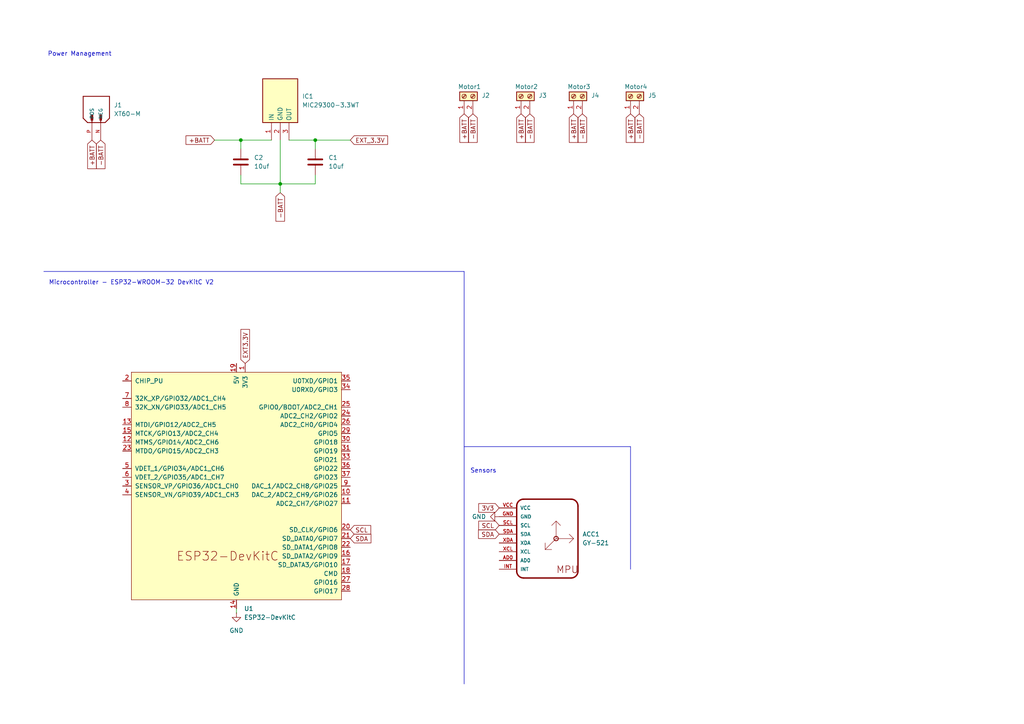
<source format=kicad_sch>
(kicad_sch (version 20231120) (generator "eeschema") (generator_version "8.0")
  (paper "A4")
  (lib_symbols
    (symbol "Connector:Screw_Terminal_01x02" (pin_names (offset 1.016) hide)
      (property "Reference" "J" (at 0 2.54 0))
      (property "Value" "Screw_Terminal_01x02" (at 0 -5.08 0))
      (symbol "Screw_Terminal_01x02_1_1"
        (rectangle (start -1.27 1.27) (end 1.27 -3.81) (stroke (width 0.254)) (fill (type background)))
        (circle (center 0 -2.54) (radius 0.635) (stroke (width 0.1524)))
        (polyline (pts (xy -0.5334 -2.2098) (xy 0.3302 -3.048)) (stroke (width 0.1524)))
        (polyline (pts (xy -0.5334 0.3302) (xy 0.3302 -0.508)) (stroke (width 0.1524)))
        (polyline (pts (xy -0.3556 -2.032) (xy 0.508 -2.8702)) (stroke (width 0.1524)))
        (polyline (pts (xy -0.3556 0.508) (xy 0.508 -0.3302)) (stroke (width 0.1524)))
        (circle (center 0 0) (radius 0.635) (stroke (width 0.1524)))
        (pin passive line (at -5.08 0 0) (length 3.81) (name "Pin_1") (number "1"))
        (pin passive line (at -5.08 -2.54 0) (length 3.81) (name "Pin_2") (number "2"))
      )
    )
    (symbol "Device:C" (pin_numbers hide) (pin_names (offset 0.254))
      (property "Reference" "C" (at 0.635 2.54 0))
      (property "Value" "C" (at 0.635 -2.54 0))
      (symbol "C_0_1"
        (polyline (pts (xy -2.032 -0.762) (xy 2.032 -0.762)) (stroke (width 0.508)))
        (polyline (pts (xy -2.032 0.762) (xy 2.032 0.762)) (stroke (width 0.508)))
      )
      (symbol "C_1_1"
        (pin passive line (at 0 3.81 270) (length 2.794) (name "~") (number "1"))
        (pin passive line (at 0 -3.81 90) (length 2.794) (name "~") (number "2"))
      )
    )
    (symbol "GY-521:GY-521" (pin_names (offset 1.016))
      (property "Reference" "ACC" (at -9.652 11.938 0))
      (property "Value" "GY-521" (at 4.572 -11.938 0))
      (symbol "GY-521_0_0"
        (arc (start -11.43 -9.43) (mid -10.8442 -10.8442) (end -9.43 -11.43) (stroke (width 0.4064)))
        (arc (start -9.43 11.43) (mid -10.8442 10.8442) (end -11.43 9.43) (stroke (width 0.4064)))
        (polyline (pts (xy -11.43 -9.43) (xy -11.43 9.43)) (stroke (width 0.4064)))
        (polyline (pts (xy -9.43 11.43) (xy 4.35 11.43)) (stroke (width 0.4064)))
        (polyline (pts (xy -3.175 -3.175) (xy -3.175 -1.27)) (stroke (width 0.127)))
        (polyline (pts (xy -3.175 -3.175) (xy -1.27 -3.175)) (stroke (width 0.127)))
        (polyline (pts (xy 0 0) (xy -3.175 -3.175)) (stroke (width 0.127)))
        (polyline (pts (xy 0 0) (xy 0 5.08)) (stroke (width 0.127)))
        (polyline (pts (xy 0 0) (xy 5.08 0)) (stroke (width 0.127)))
        (polyline (pts (xy 0 5.08) (xy -1.27 3.81)) (stroke (width 0.127)))
        (polyline (pts (xy 1.27 3.81) (xy 0 5.08)) (stroke (width 0.127)))
        (polyline (pts (xy 3.81 1.27) (xy 5.08 0)) (stroke (width 0.127)))
        (polyline (pts (xy 4.35 -11.43) (xy -9.43 -11.43)) (stroke (width 0.4064)))
        (polyline (pts (xy 5.08 0) (xy 3.81 -1.27)) (stroke (width 0.127)))
        (polyline (pts (xy 6.35 9.43) (xy 6.35 -9.43)) (stroke (width 0.4064)))
        (circle (center 0 0) (radius 0.635) (stroke (width 0.254)))
        (arc (start 4.35 -11.43) (mid 5.7642 -10.8442) (end 6.35 -9.43) (stroke (width 0.4064)))
        (arc (start 6.35 9.43) (mid 5.7642 10.8442) (end 4.35 11.43) (stroke (width 0.4064)))
        (text "MPU" (at 0 -10.16 0) (effects (font (size 2 2)) (justify left bottom)))
        (pin bidirectional line (at -16.51 -6.35 0) (length 5.08) (name "AD0") (number "AD0"))
        (pin power_in line (at -16.51 6.35 0) (length 5.08) (name "GND") (number "GND"))
        (pin bidirectional line (at -16.51 -8.89 0) (length 5.08) (name "INT") (number "INT"))
        (pin bidirectional line (at -16.51 3.81 0) (length 5.08) (name "SCL") (number "SCL"))
        (pin bidirectional line (at -16.51 1.27 0) (length 5.08) (name "SDA") (number "SDA"))
        (pin power_in line (at -16.51 8.89 0) (length 5.08) (name "VCC") (number "VCC"))
        (pin bidirectional line (at -16.51 -3.81 0) (length 5.08) (name "XCL") (number "XCL"))
        (pin bidirectional line (at -16.51 -1.27 0) (length 5.08) (name "XDA") (number "XDA"))
      )
    )
    (symbol "MIC29300-3_3WT:MIC29300-3.3WT"
      (property "Reference" "IC" (at 19.05 7.62 0))
      (property "Value" "MIC29300-3.3WT" (at 19.05 5.08 0))
      (symbol "MIC29300-3.3WT_1_1"
        (rectangle (start 5.08 2.54) (end 17.78 -7.62) (stroke (width 0.254)) (fill (type background)))
        (pin passive line (at 0 0 0) (length 5.08) (name "IN") (number "1"))
        (pin passive line (at 0 -2.54 0) (length 5.08) (name "GND") (number "2"))
        (pin passive line (at 0 -5.08 0) (length 5.08) (name "OUT") (number "3"))
      )
    )
    (symbol "PCM_Espressif:ESP32-DevKitC" (pin_names (offset 1.016))
      (property "Reference" "U" (at -30.48 38.1 0))
      (property "Value" "ESP32-DevKitC" (at -30.48 35.56 0))
      (symbol "ESP32-DevKitC_0_0"
        (text "ESP32-DevKitC" (at -2.54 -20.32 0) (effects (font (size 2.54 2.54))))
        (pin power_in line (at 0 -35.56 90) (length 2.54) (name "GND") (number "14"))
        (pin power_in line (at 0 35.56 270) (length 2.54) (name "5V") (number "19"))
      )
      (symbol "ESP32-DevKitC_0_1"
        (rectangle (start -30.48 33.02) (end 30.48 -33.02) (fill (type background)))
      )
      (symbol "ESP32-DevKitC_1_1"
        (pin power_in line (at 2.54 35.56 270) (length 2.54) (name "3V3") (number "1"))
        (pin bidirectional line (at 33.02 -2.54 180) (length 2.54) (name "DAC_2/ADC2_CH9/GPIO26") (number "10"))
        (pin bidirectional line (at 33.02 -5.08 180) (length 2.54) (name "ADC2_CH7/GPIO27") (number "11"))
        (pin bidirectional line (at -33.02 12.7 0) (length 2.54) (name "MTMS/GPIO14/ADC2_CH6") (number "12"))
        (pin bidirectional line (at -33.02 17.78 0) (length 2.54) (name "MTDI/GPIO12/ADC2_CH5") (number "13"))
        (pin bidirectional line (at -33.02 15.24 0) (length 2.54) (name "MTCK/GPIO13/ADC2_CH4") (number "15"))
        (pin bidirectional line (at 33.02 -20.32 180) (length 2.54) (name "SD_DATA2/GPIO9") (number "16"))
        (pin bidirectional line (at 33.02 -22.86 180) (length 2.54) (name "SD_DATA3/GPIO10") (number "17"))
        (pin bidirectional line (at 33.02 -25.4 180) (length 2.54) (name "CMD") (number "18"))
        (pin input line (at -33.02 30.48 0) (length 2.54) (name "CHIP_PU") (number "2"))
        (pin bidirectional line (at 33.02 -12.7 180) (length 2.54) (name "SD_CLK/GPIO6") (number "20"))
        (pin bidirectional line (at 33.02 -15.24 180) (length 2.54) (name "SD_DATA0/GPIO7") (number "21"))
        (pin bidirectional line (at 33.02 -17.78 180) (length 2.54) (name "SD_DATA1/GPIO8") (number "22"))
        (pin bidirectional line (at -33.02 10.16 0) (length 2.54) (name "MTDO/GPIO15/ADC2_CH3") (number "23"))
        (pin bidirectional line (at 33.02 20.32 180) (length 2.54) (name "ADC2_CH2/GPIO2") (number "24"))
        (pin bidirectional line (at 33.02 22.86 180) (length 2.54) (name "GPIO0/BOOT/ADC2_CH1") (number "25"))
        (pin bidirectional line (at 33.02 17.78 180) (length 2.54) (name "ADC2_CH0/GPIO4") (number "26"))
        (pin bidirectional line (at 33.02 -27.94 180) (length 2.54) (name "GPIO16") (number "27"))
        (pin bidirectional line (at 33.02 -30.48 180) (length 2.54) (name "GPIO17") (number "28"))
        (pin bidirectional line (at 33.02 15.24 180) (length 2.54) (name "GPIO5") (number "29"))
        (pin input line (at -33.02 0 0) (length 2.54) (name "SENSOR_VP/GPIO36/ADC1_CH0") (number "3"))
        (pin bidirectional line (at 33.02 12.7 180) (length 2.54) (name "GPIO18") (number "30"))
        (pin bidirectional line (at 33.02 10.16 180) (length 2.54) (name "GPIO19") (number "31"))
        (pin passive line (at 0 -35.56 90) (length 2.54) hide (name "GND") (number "32"))
        (pin bidirectional line (at 33.02 7.62 180) (length 2.54) (name "GPIO21") (number "33"))
        (pin bidirectional line (at 33.02 27.94 180) (length 2.54) (name "U0RXD/GPIO3") (number "34"))
        (pin bidirectional line (at 33.02 30.48 180) (length 2.54) (name "U0TXD/GPIO1") (number "35"))
        (pin bidirectional line (at 33.02 5.08 180) (length 2.54) (name "GPIO22") (number "36"))
        (pin bidirectional line (at 33.02 2.54 180) (length 2.54) (name "GPIO23") (number "37"))
        (pin passive line (at 0 -35.56 90) (length 2.54) hide (name "GND") (number "38"))
        (pin input line (at -33.02 -2.54 0) (length 2.54) (name "SENSOR_VN/GPIO39/ADC1_CH3") (number "4"))
        (pin input line (at -33.02 5.08 0) (length 2.54) (name "VDET_1/GPIO34/ADC1_CH6") (number "5"))
        (pin input line (at -33.02 2.54 0) (length 2.54) (name "VDET_2/GPIO35/ADC1_CH7") (number "6"))
        (pin bidirectional line (at -33.02 25.4 0) (length 2.54) (name "32K_XP/GPIO32/ADC1_CH4") (number "7"))
        (pin bidirectional line (at -33.02 22.86 0) (length 2.54) (name "32K_XN/GPIO33/ADC1_CH5") (number "8"))
        (pin bidirectional line (at 33.02 0 180) (length 2.54) (name "DAC_1/ADC2_CH8/GPIO25") (number "9"))
      )
    )
    (symbol "XT60-M:XT60-M" (pin_names (offset 1.016))
      (property "Reference" "J" (at 0 6.35 0))
      (property "Value" "XT60-M" (at 0 -5.08 0))
      (symbol "XT60-M_0_0"
        (polyline (pts (xy 0 -1.27) (xy 1.27 -2.54)) (stroke (width 0.254)))
        (polyline (pts (xy 0 0) (xy 1.905 0)) (stroke (width 0.254)))
        (polyline (pts (xy 0 2.54) (xy 0 -1.27)) (stroke (width 0.254)))
        (polyline (pts (xy 0 2.54) (xy 1.905 2.54)) (stroke (width 0.254)))
        (polyline (pts (xy 0 3.81) (xy 0 2.54)) (stroke (width 0.254)))
        (polyline (pts (xy 0 3.81) (xy 1.27 5.08)) (stroke (width 0.254)))
        (polyline (pts (xy 1.27 -2.54) (xy 7.62 -2.54)) (stroke (width 0.254)))
        (polyline (pts (xy 7.62 -2.54) (xy 7.62 5.08)) (stroke (width 0.254)))
        (polyline (pts (xy 7.62 5.08) (xy 1.27 5.08)) (stroke (width 0.254)))
        (rectangle (start 0.635 -0.3175) (end 2.2225 0.3175) (stroke (width 0.1)) (fill (type outline)))
        (rectangle (start 0.635 2.2225) (end 2.2225 2.8575) (stroke (width 0.1)) (fill (type outline)))
        (pin passive line (at -5.08 0 0) (length 5.08) (name "NEG") (number "N"))
        (pin passive line (at -5.08 2.54 0) (length 5.08) (name "POS") (number "P"))
      )
    )
    (symbol "power:GND" (power) (pin_numbers hide) (pin_names (offset 0) hide)
      (property "Value" "GND" (at 0 -3.81 0))
      (symbol "GND_0_1"
        (polyline (pts (xy 0 0) (xy 0 -1.27) (xy 1.27 -1.27) (xy 0 -2.54) (xy -1.27 -1.27) (xy 0 -1.27)))
      )
      (symbol "GND_1_1"
        (pin power_in line (at 0 0 270) (length 0) (name "~") (number "1"))
      )
    )
  )
  (junction (at 81.28 53.34))
  (junction (at 69.85 40.64))
  (junction (at 91.44 40.64))
  (wire (pts (xy 81.28 40.64) (xy 81.28 53.34)))
  (wire (pts (xy 68.58 176.53) (xy 68.58 177.8)))
  (wire (pts (xy 69.85 50.8) (xy 69.85 53.34)))
  (wire (pts (xy 91.44 40.64) (xy 91.44 43.18)))
  (wire (pts (xy 62.23 40.64) (xy 69.85 40.64)))
  (wire (pts (xy 91.44 50.8) (xy 91.44 53.34)))
  (wire (pts (xy 81.28 53.34) (xy 81.28 55.88)))
  (wire (pts (xy 69.85 40.64) (xy 69.85 43.18)))
  (wire (pts (xy 91.44 40.64) (xy 101.6 40.64)))
  (polyline (pts (xy 134.62 129.54) (xy 182.88 129.54)))
  (polyline (pts (xy 134.62 78.74) (xy 134.62 198.374)))
  (wire (pts (xy 69.85 40.64) (xy 78.74 40.64)))
  (polyline (pts (xy 12.7 78.74) (xy 134.62 78.74)))
  (wire (pts (xy 69.85 53.34) (xy 81.28 53.34)))
  (wire (pts (xy 81.28 53.34) (xy 91.44 53.34)))
  (polyline (pts (xy 182.88 129.54) (xy 182.88 165.1)))
  (wire (pts (xy 83.82 40.64) (xy 91.44 40.64)))
  (text "Sensors\n" (at 140.208 136.652 0) (effects (font (size 1.27 1.27))))
  (text "Power Management\n\n" (at 23.114 16.764 0) (effects (font (size 1.27 1.27))))
  (text "Microcontroller - ESP32-WROOM-32 DevKitC V2" (at 38.1 82.042 0) (effects (font (size 1.27 1.27))))
  (global_label "SCL" (shape input) (at 144.78 152.4 180) (property "Intersheetrefs" "${INTERSHEET_REFS}" (effects (hide yes))))
  (global_label "-BATT" (shape input) (at 81.28 55.88 270) (property "Intersheetrefs" "${INTERSHEET_REFS}" (effects (hide yes))))
  (global_label "-BATT" (shape input) (at 153.67 33.02 270) (property "Intersheetrefs" "${INTERSHEET_REFS}" (effects (hide yes))))
  (global_label "-BATT" (shape input) (at 168.91 33.02 270) (property "Intersheetrefs" "${INTERSHEET_REFS}" (effects (hide yes))))
  (global_label "SDA" (shape input) (at 144.78 154.94 180) (property "Intersheetrefs" "${INTERSHEET_REFS}" (effects (hide yes))))
  (global_label "+BATT" (shape input) (at 182.88 33.02 270) (property "Intersheetrefs" "${INTERSHEET_REFS}" (effects (hide yes))))
  (global_label "EXT3.3V" (shape input) (at 71.12 105.41 90) (property "Intersheetrefs" "${INTERSHEET_REFS}" (effects (hide yes))))
  (global_label "-BATT" (shape input) (at 137.16 33.02 270) (property "Intersheetrefs" "${INTERSHEET_REFS}" (effects (hide yes))))
  (global_label "SDA" (shape input) (at 101.6 156.21 0) (property "Intersheetrefs" "${INTERSHEET_REFS}" (effects (hide yes))))
  (global_label "+BATT" (shape input) (at 134.62 33.02 270) (property "Intersheetrefs" "${INTERSHEET_REFS}" (effects (hide yes))))
  (global_label "SCL" (shape input) (at 101.6 153.67 0) (property "Intersheetrefs" "${INTERSHEET_REFS}" (effects (hide yes))))
  (global_label "EXT_3.3V" (shape input) (at 101.6 40.64 0) (property "Intersheetrefs" "${INTERSHEET_REFS}" (effects (hide yes))))
  (global_label "+BATT" (shape input) (at 62.23 40.64 180) (property "Intersheetrefs" "${INTERSHEET_REFS}" (effects (hide yes))))
  (global_label "+BATT" (shape input) (at 166.37 33.02 270) (property "Intersheetrefs" "${INTERSHEET_REFS}" (effects (hide yes))))
  (global_label "+BATT" (shape input) (at 26.67 40.64 270) (property "Intersheetrefs" "${INTERSHEET_REFS}" (effects (hide yes))))
  (global_label "3V3" (shape input) (at 144.78 147.32 180) (property "Intersheetrefs" "${INTERSHEET_REFS}" (effects (hide yes))))
  (global_label "-BATT" (shape input) (at 29.21 40.64 270) (property "Intersheetrefs" "${INTERSHEET_REFS}" (effects (hide yes))))
  (global_label "+BATT" (shape input) (at 151.13 33.02 270) (property "Intersheetrefs" "${INTERSHEET_REFS}" (effects (hide yes))))
  (global_label "-BATT" (shape input) (at 185.42 33.02 270) (property "Intersheetrefs" "${INTERSHEET_REFS}" (effects (hide yes))))
  (symbol (lib_id "Device:C") (at 69.85 46.99 0) (unit 1)
    (property "Reference" "C2" (at 73.66 45.7199 0) (effects (justify left)))
    (property "Value" "10uf" (at 73.66 48.2599 0) (effects (justify left)))
    (property "Description" "Unpolarized capacitor" (effects (hide yes)))
  )
  (symbol (lib_id "power:GND") (at 144.78 149.86 270) (unit 1)
    (property "Reference" "#PWR02" (effects (hide yes)))
    (property "Value" "GND" (at 140.97 149.8599 90) (effects (justify right)))
    (property "Description" "Power symbol creates a global label with name \"GND\" , ground" (effects (hide yes)))
  )
  (symbol (lib_id "PCM_Espressif:ESP32-DevKitC") (at 68.58 140.97 0) (unit 1)
    (property "Reference" "U1" (at 70.7741 176.53 0) (effects (justify left)))
    (property "Value" "ESP32-DevKitC" (at 70.7741 179.07 0) (effects (justify left)))
    (property "Footprint" "PCM_Espressif:ESP32-DevKitC" (effects (hide yes)))
    (property "Datasheet" "https://docs.espressif.com/projects/esp-idf/zh_CN/latest/esp32/hw-reference/esp32/get-started-devkitc.html" (effects (hide yes)))
    (property "Description" "Development Kit" (effects (hide yes)))
  )
  (symbol (lib_id "Connector:Screw_Terminal_01x02") (at 134.62 27.94 90) (unit 1)
    (property "Reference" "J2" (at 139.7 27.686 90) (effects (justify right)))
    (property "Value" "Motor1" (at 132.842 25.146 90) (effects (justify right)))
    (property "Description" "Generic screw terminal, single row, 01x02, script generated (kicad-library-utils/schlib/autogen/connector/)" (effects (hide yes)))
  )
  (symbol (lib_id "Connector:Screw_Terminal_01x02") (at 166.37 27.94 90) (unit 1)
    (property "Reference" "J4" (at 171.45 27.686 90) (effects (justify right)))
    (property "Value" "Motor3" (at 164.592 25.146 90) (effects (justify right)))
    (property "Description" "Generic screw terminal, single row, 01x02, script generated (kicad-library-utils/schlib/autogen/connector/)" (effects (hide yes)))
  )
  (symbol (lib_id "Connector:Screw_Terminal_01x02") (at 182.88 27.94 90) (unit 1)
    (property "Reference" "J5" (at 187.96 27.686 90) (effects (justify right)))
    (property "Value" "Motor4" (at 181.102 25.146 90) (effects (justify right)))
    (property "Description" "Generic screw terminal, single row, 01x02, script generated (kicad-library-utils/schlib/autogen/connector/)" (effects (hide yes)))
  )
  (symbol (lib_id "GY-521:GY-521") (at 161.29 156.21 0) (unit 1)
    (property "Reference" "ACC1" (at 168.91 154.9399 0) (effects (justify left)))
    (property "Value" "GY-521" (at 168.91 157.4799 0) (effects (justify left)))
    (property "MF" "GODREAM FORDREAM CO., LIMITED" (effects (hide yes)))
    (property "Description_1" "\n                        \n                            Triple Axis Accelerometer Gyro Breakout\n                        \n" (effects (hide yes)))
    (property "Package" "Package" (effects (hide yes)))
    (property "Price" "None" (effects (hide yes)))
    (property "SnapEDA_Link" "https://www.snapeda.com/parts/GY-521/GODREAM+FORDREAM+CO.%252C+LIMITED/view-part/?ref=snap" (effects (hide yes)))
    (property "MP" "GY-521" (effects (hide yes)))
    (property "Availability" "Not in stock" (effects (hide yes)))
    (property "Check_prices" "https://www.snapeda.com/parts/GY-521/GODREAM+FORDREAM+CO.%252C+LIMITED/view-part/?ref=eda" (effects (hide yes)))
  )
  (symbol (lib_id "power:GND") (at 68.58 177.8 0) (unit 1)
    (property "Reference" "#PWR01" (effects (hide yes)))
    (property "Value" "GND" (at 68.58 182.88 0))
    (property "Description" "Power symbol creates a global label with name \"GND\" , ground" (effects (hide yes)))
  )
  (symbol (lib_id "Connector:Screw_Terminal_01x02") (at 151.13 27.94 90) (unit 1)
    (property "Reference" "J3" (at 156.21 27.686 90) (effects (justify right)))
    (property "Value" "Motor2" (at 149.352 25.146 90) (effects (justify right)))
    (property "Description" "Generic screw terminal, single row, 01x02, script generated (kicad-library-utils/schlib/autogen/connector/)" (effects (hide yes)))
  )
  (symbol (lib_id "XT60-M:XT60-M") (at 29.21 35.56 90) (unit 1)
    (property "Reference" "J1" (at 33.02 30.4799 90) (effects (justify right)))
    (property "Value" "XT60-M" (at 33.02 33.0199 90) (effects (justify right)))
    (property "Footprint" "XT60-M:AMASS_XT60-M" (effects (hide yes)))
    (property "MF" "AMASS" (effects (hide yes)))
    (property "MAXIMUM_PACKAGE_HEIGHT" "16.00 mm" (effects (hide yes)))
    (property "Package" "Package" (effects (hide yes)))
    (property "Price" "None" (effects (hide yes)))
    (property "Check_prices" "https://www.snapeda.com/parts/XT60-M/AMASS/view-part/?ref=eda" (effects (hide yes)))
    (property "STANDARD" "IPC 7351B" (effects (hide yes)))
    (property "PARTREV" "V1.2" (effects (hide yes)))
    (property "SnapEDA_Link" "https://www.snapeda.com/parts/XT60-M/AMASS/view-part/?ref=snap" (effects (hide yes)))
    (property "MP" "XT60-M" (effects (hide yes)))
    (property "Description_1" "\n                        \n                            Plug; DC supply; XT60; male; PIN: 2; for cable; soldered; 30A; 500V\n                        \n" (effects (hide yes)))
    (property "Availability" "Not in stock" (effects (hide yes)))
    (property "MANUFACTURER" "AMASS" (effects (hide yes)))
  )
  (symbol (lib_id "Device:C") (at 91.44 46.99 0) (unit 1)
    (property "Reference" "C1" (at 95.25 45.7199 0) (effects (justify left)))
    (property "Value" "10uf" (at 95.25 48.2599 0) (effects (justify left)))
    (property "Description" "Unpolarized capacitor" (effects (hide yes)))
  )
  (symbol (lib_id "MIC29300-3_3WT:MIC29300-3.3WT") (at 78.74 40.64 90) (unit 1)
    (property "Reference" "IC1" (at 87.63 27.9399 90) (effects (justify right)))
    (property "Value" "MIC29300-3.3WT" (at 87.63 30.4799 90) (effects (justify right)))
    (property "Footprint" "TO254P483X1022X1603-3P" (effects (hide yes)))
    (property "Datasheet" "http://www.microchip.com/mymicrochip/filehandler.aspx?ddocname=en580805" (effects (hide yes)))
    (property "Description" "Linear Voltage Regulator IC Positive Fixed 1 Output 3A TO-220-3" (effects (hide yes)))
    (property "Height" "4.826" (effects (hide yes)))
    (property "Mouser Part Number" "998-MIC29300-3.3WT" (effects (hide yes)))
    (property "Mouser Price/Stock" "https://www.mouser.co.uk/ProductDetail/Microchip-Technology/MIC29300-3.3WT?qs=kh6iOki%2FeLFnn8NMrJxZcA%3D%3D" (effects (hide yes)))
    (property "Manufacturer_Name" "Microchip" (effects (hide yes)))
    (property "Manufacturer_Part_Number" "MIC29300-3.3WT" (effects (hide yes)))
  )
)
</source>
